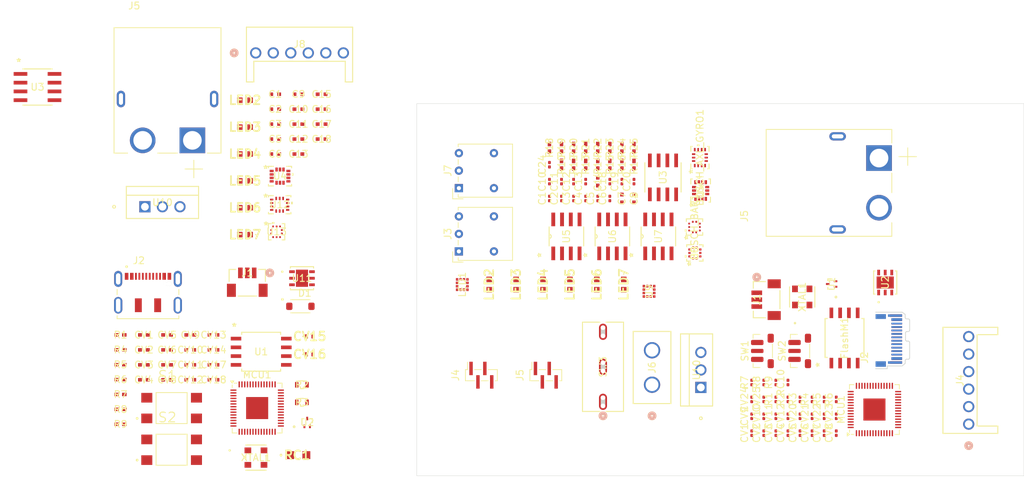
<source format=kicad_pcb>
(kicad_pcb (version 20240108) (generator "pcbnew") (generator_version "8.0")
  (layers (0 "F.Cu" signal) (1 "In1.Cu" signal) (2 "In2.Cu" signal) (31 "B.Cu" signal) (34 "B.Paste" user) (35 "F.Paste" user) (36 "B.SilkS" user "B.Silkscreen") (37 "F.SilkS" user "F.Silkscreen") (38 "B.Mask" user) (39 "F.Mask" user) (44 "Edge.Cuts" user))
  (net 0 "")
  (net 1 "GND")
  (net 2 "+3.3V")
  (net 3 "Net-(MCU1-VREG_VOUT)")
  (net 4 "Net-(MCU1-RUN)")
  (net 5 "/BMS_VIN")
  (net 7 "/RP2040 Standard/USB_DP")
  (net 10 "Net-(J2-CC2)")
  (net 11 "/RP2040 Standard/USB_DM")
  (net 12 "Net-(J2-CC1)")
  (net 13 "/Comms UART CTS")
  (net 14 "/Comms UART TX")
  (net 15 "/Comms UART RTS")
  (net 16 "/Comms UART RX")
  (net 17 "+5V")
  (net 18 "/SPI1_SCK")
  (net 19 "/RP2040 Standard/GP22{slash}PWM3 A{slash}CLKIN 1")
  (net 20 "/RP2040 Standard/MCU QSPI_SCLK")
  (net 21 "/RP2040 Standard/GP28_ADC2")
  (net 22 "/SPI0_MOSI")
  (net 23 "/SPI1_MISO")
  (net 24 "/RP2040 Standard/GP27_ADC1")
  (net 25 "Net-(MCU1-USB_DP)")
  (net 26 "/SPI0_SCK")
  (net 27 "/SPI0_MISO")
  (net 28 "/RP2040 Standard/MCU QSPI_SD2")
  (net 30 "/RP2040 Standard/MCU QSPI_SD3")
  (net 31 "/SPI1_MOSI")
  (net 32 "/RP2040 Standard/MCU QSPI_SS")
  (net 33 "/RP2040 Standard/MCU QSPI_SD0")
  (net 34 "/BAR2 SPI1_~{CS}")
  (net 35 "/RP2040 Standard/GP20{slash}PWM2 A{slash}CLKIN 0")
  (net 36 "CRYSTAL")
  (net 37 "Net-(MCU1-USB_DM)")
  (net 38 "Net-(MCU1-SWCLK)")
  (net 39 "/IMU1 SPI0_~{CS}")
  (net 40 "/RP2040 Standard/MCU QSPI_SD1")
  (net 41 "Net-(MCU1-SWD)")
  (net 42 "Net-(J1-Pad1)")
  (net 43 "Net-(J1-Pad3)")
  (net 44 "/RP2040 Standard/~{RST}")
  (net 45 "Net-(XTAL1-TRI-STATE(STBY))")
  (net 46 "/RP2040 Standard/~{USB_BOOT}")
  (net 47 "/E-Match Activation")
  (net 48 "Net-(J3-Pin_1)")
  (net 49 "/RS_RX")
  (net 50 "/RS_ENABLE")
  (net 51 "/RS_TX")
  (net 52 "Net-(LED1-A)")
  (net 53 "Net-(LED2-A)")
  (net 54 "Net-(LED3-A)")
  (net 55 "Net-(LED4-A)")
  (net 56 "Net-(LED5-A)")
  (net 57 "Net-(LED6-A)")
  (net 58 "Net-(LED7-A)")
  (net 59 "/BAR1 SPI0_~{CS}")
  (net 61 "Net-(LED3-K)")
  (net 62 "Net-(LED2-K)")
  (net 63 "/IMU2 SPI1_~{CS}")
  (net 64 "Net-(LED4-K)")
  (net 65 "Net-(LED5-K)")
  (net 66 "Net-(LED6-K)")
  (net 67 "Net-(LED7-K)")
  (net 69 "/IMU1 RDY2")
  (net 71 "/IMU1 RDY1")
  (net 73 "/BAR2 RDY")
  (net 77 "/IMU2 RDY")
  (net 81 "/BAR1_RDY")
  (net 82 "/MAG SPI1_~{CS}")
  (net 84 "Net-(U9-C1)")
  (net 87 "Net-(U10-D)")
  (net 88 "Net-(C7-Pad2)")
  (net 89 "Net-(J6-Pad2)")
  (net 90 "Net-(J7-Pin_1)")
  (net 91 "/RP2040 Standard/GPIO24")
  (net 92 "/RP2040 Standard/GPIO25")
  (net 94 "Net-(U5-1SOURCE)")
  (net 95 "Net-(U5-2SOURCE)")
  (net 96 "Net-(U6-1SOURCE)")
  (net 97 "Net-(U6-2SOURCE)")
  (net 98 "Net-(U7-1SOURCE)")
  (net 99 "Net-(U7-2SOURCE)")
  (net 100 "Net-(D1-PadA)")
  (net 108 "/+5V")
  (net 113 "Net-(J6-Pad1)")
  (footprint "Resistor_SMD:R_0201_0603Metric" (layer "F.Cu") (at 134.3024 72.9621 90)
    (property "Reference" "RC10")
    (property "Value" "5k1")
  )
  (footprint "E-Switch_7mm:SW_TL3305CF160QG" (layer "F.Cu") (at 44.975 82.72)
    (property "Reference" "S2")
    (property "Value" "TL3305CF160QG")
  )
  (footprint "CAP_GCM155_MUR:CAP_GCM155_MUR" (layer "F.Cu") (at 106.735 43.815 90)
    (property "Reference" "C14")
    (property "Value" "100nF")
  )
  (footprint "Connector_PinSocket_1.00mm:PinSocket_1x04_P1.00mm_Vertical_SMD_Pin1Right" (layer "F.Cu") (at 89.87 71.9 90)
    (property "Reference" "J4")
    (property "Value" "Conn_01x04_Socket")
  )
  (footprint "Resistor_SMD:R_0201_0603Metric" (layer "F.Cu") (at 134.3024 75.4121 90)
    (property "Reference" "R2")
    (property "Value" "27")
  )
  (footprint "RC0402N_VIS:RC0402N_VIS" (layer "F.Cu") (at 103.235 41.365 90)
    (property "Reference" "R12")
    (property "Value" "R")
  )
  (footprint "Resistor_SMD:R_0201_0603Metric" (layer "F.Cu") (at 137.8024 75.4121 90)
    (property "Reference" "R4")
    (property "Value" "100")
  )
  (footprint "Button_Switch_SMD:SW_Push_1P1T-MP_NO_Horizontal_Alps_SKRTLAE010" (layer "F.Cu") (at 136.1524 68.3821 90)
    (property "Reference" "SW2")
    (property "Value" "SW_Push")
  )
  (footprint "Button_Switch_SMD:SW_Push_1P1T-MP_NO_Horizontal_Alps_SKRTLAE010" (layer "F.Cu") (at 130.7524 68.3821 90)
    (property "Reference" "SW1")
    (property "Value" "SW_Push")
  )
  (footprint "RS Transceiver:21-0041-3-M_90-0096-8L_MXM" (layer "F.Cu") (at 116.1902 43.2042 90)
    (property "Reference" "U3")
    (property "Value" "MAX485CSA+T")
  )
  (footprint "CONN Female Header:CONN_SA-4455_06_TE_MOL" (layer "F.Cu") (at 57.1642 25.145201)
    (property "Reference" "J8")
    (property "Value" "22022065")
  )
  (footprint "Capacitor_SMD:C_0201_0603Metric" (layer "F.Cu") (at 101.485 43.815 90)
    (property "Reference" "C11")
    (property "Value" "100nF")
  )
  (footprint "CAP_GCM155_MUR:CAP_GCM155_MUR" (layer "F.Cu") (at 51.0427 66.0592)
    (property "Reference" "CV13")
    (property "Value" "1uF")
  )
  (footprint "RC0402N_VIS:RC0402N_VIS" (layer "F.Cu") (at 111.985 41.365 90)
    (property "Reference" "R17")
    (property "Value" "10K")
  )
  (footprint "Red SMD LED:HSMHH191" (layer "F.Cu") (at 106.6 58.75 90)
    (property "Reference" "LED6")
    (property "Value" "HSMH-H191" (hide yes))
  )
  (footprint "CAP_GCM155_MUR:CAP_GCM155_MUR" (layer "F.Cu") (at 51.0427 72.5644)
    (property "Reference" "CV18")
    (property "Value" "100nF")
  )
  (footprint "Capacitor_SMD:C_0201_0603Metric" (layer "F.Cu") (at 139.5524 80.3121 90)
    (property "Reference" "CV7")
    (property "Value" "100nF")
  )
  (footprint "Capacitor_SMD:C_0201_0603Metric" (layer "F.Cu") (at 132.5524 77.8621 90)
    (property "Reference" "CV11")
    (property "Value" "100nF")
  )
  (footprint "Capacitor_SMD:C_0201_0603Metric" (layer "F.Cu") (at 129.0524 77.8621 90)
    (property "Reference" "CV9")
    (property "Value" "100nF")
  )
  (footprint "Capacitor_SMD:C_0201_0603Metric" (layer "F.Cu") (at 139.5524 77.8621 90)
    (property "Reference" "CV22")
    (property "Value" "100nF")
  )
  (footprint "2 PMOS:D8" (layer "F.Cu") (at 108.8563 51.7654 90)
    (property "Reference" "U6")
    (property "Value" "TPS1120DR")
  )
  (footprint "CAP_GCM155_MUR:CAP_GCM155_MUR" (layer "F.Cu") (at 40.9561 66.0592)
    (property "Reference" "CV1")
    (property "Value" "1uF")
  )
  (footprint "Resistor_SMD:R_0201_0603Metric" (layer "F.Cu") (at 132.5524 75.4121 90)
    (property "Reference" "R1")
    (property "Value" "1k")
  )
  (footprint "NMOS IRLZ44:PG-TO220-3_INF" (layer "F.Cu") (at 121.6796 73.6802 90)
    (property "Reference" "U10")
    (property "Value" "IRLZ44NPBF")
  )
  (footprint "RC0402N_VIS:RC0402N_VIS" (layer "F.Cu") (at 108.485 41.365 90)
    (property "Reference" "R15")
    (property "Value" "20K")
  )
  (footprint "RC0402N_VIS:RC0402N_VIS" (layer "F.Cu") (at 101.485 38.915 90)
    (property "Reference" "R19")
    (property "Value" "130")
  )
  (footprint "GRM15x:GRM15x" (layer "F.Cu") (at 64.985 68.875)
    (property "Reference" "CV16")
    (property "Value" "4.7uF" (hide yes))
  )
  (footprint "Capacitor_SMD:C_0201_0603Metric" (layer "F.Cu") (at 134.3024 77.8621 90)
    (property "Reference" "CV12")
    (property "Value" "100nF")
  )
  (footprint "Connector_PinSocket_1.00mm:PinSocket_1x04_P1.00mm_Vertical_SMD_Pin1Right" (layer "F.Cu") (at 99.205 71.9 90)
    (property "Reference" "J5")
    (property "Value" "Conn_01x04_Socket")
  )
  (footprint "E-Switch_7mm:SW_TL3305CF160QG" (layer "F.Cu") (at 44.975 76.67)
    (property "Reference" "S1")
    (property "Value" "TL3305CF160QG")
  )
  (footprint "RC0402N_VIS:RC0402N_VIS" (layer "F.Cu") (at 106.735 41.365 90)
    (property "Reference" "R14")
    (property "Value" "20K")
  )
  (footprint "Red SMD LED:HSMHH191" (layer "F.Cu") (at 55.605 39.805)
    (property "Reference" "LED4")
    (property "Value" "HSMH-H191" (hide yes))
  )
  (footprint "IMU ASM330LHHTR:LGA-14L_2P5X3X0P83_STM" (layer "F.Cu") (at 60.6846 43.0206)
    (property "Reference" "U4")
    (property "Value" "ASM330LHHTR")
  )
  (footprint "Resistor_SMD:R_0201_0603Metric" (layer "F.Cu") (at 136.0524 75.4121 90)
    (property "Reference" "R3")
    (property "Value" "27")
  )
  (footprint "RC0402N_VIS:RC0402N_VIS" (layer "F.Cu") (at 37.565799 66.0552)
    (property "Reference" "R1")
    (property "Value" "1k")
  )
  (footprint "Button_Switch_THT:SW_Lever_1P2T_NKK_GW12LxH" (layer "F.Cu") (at 86.61 44.765 90)
    (property "Reference" "J7")
    (property "Value" "Conn_01x01_Socket")
  )
  (footprint "Red SMD LED:HSMHH191" (layer "F.Cu") (at 110.5 58.75 90)
    (property "Reference" "LED7")
    (property "Value" "HSMH-H191" (hide yes))
  )
  (footprint "RC0402N_VIS:RC0402N_VIS" (layer "F.Cu") (at 108.485 38.915 90)
    (property "Reference" "R23")
    (property "Value" "47")
  )
  (footprint "RC0402N_VIS:RC0402N_VIS" (layer "F.Cu") (at 111.985 38.915 90)
    (property "Reference" "R25")
    (property "Value" "47")
  )
  (footprint "Capacitor_SMD:C_0201_0603Metric" (layer "F.Cu") (at 130.8024 75.4121 90)
    (property "Reference" "CV25")
    (property "Value" "4.7uF")
  )
  (footprint "CAP_GCM155_MUR:CAP_GCM155_MUR" (layer "F.Cu") (at 44.3183 70.396)
    (property "Reference" "CV7")
    (property "Value" "100nF")
  )
  (footprint "RC0402N_VIS:RC0402N_VIS" (layer "F.Cu") (at 37.565799 79.0176)
    (property "Reference" "R9")
    (property "Value" "5k1")
  )
  (footprint "BARO BMP581:QFN10_BMP581_BOS" (layer "F.Cu") (at 120.758001 50.4057 90)
    (property "Reference" "BOSCH_BAR1")
    (property "Value" "BMP581")
  )
  (footprint "NMOS IRLZ44:PG-TO220-3_INF" (layer "F.Cu") (at 41.1048 47.4646)
    (property "Reference" "U10")
    (property "Value" "IRLZ44NPBF")
  )
  (footprint "RS Transceiver:21-0041-3-M_90-0096-8L_MXM" (layer "F.Cu") (at 25.535001 30.095)
    (property "Reference" "U3")
    (property "Value" "MAX485CSA+T")
  )
  (footprint "RC0402N_VIS:RC0402N_VIS" (layer "F.Cu") (at 37.565799 70.376)
    (property "Reference" "R5")
    (property "Value" "100")
  )
  (footprint "Red SMD LED:HSMHH191" (layer "F.Cu") (at 55.605 35.905)
    (property "Reference" "LED3")
    (property "Value" "HSMH-H191" (hide yes))
  )
  (footprint "NOR Flash:SOIC_208MIL_WIN" (layer "F.Cu") (at 57.9521 68.4976)
    (property "Reference" "U1")
    (property "Value" "W25Q128JVSIQ TR")
  )
  (footprint "CAP_GCM155_MUR:CAP_GCM155_MUR" (layer "F.Cu") (at 111.985 46.265 90)
    (property "Reference" "C8")
    (property "Value" "100nF")
  )
  (footprint "Resistor_SMD:R_0201_0603Metric" (layer "F.Cu") (at 141.3024 75.4121 90)
    (property "Reference" "R6")
    (property "Value" "1k")
  )
  (footprint "CONN Female Header 22022065:CONN_SA-4455_06_TE_MOL" (layer "F.Cu") (at 160.5 79 90)
    (property "Reference" "J4")
    (property "Value" "CONN_SA-4455_06_TE_MOL")
  )
  (footprint "BARO BMP581:QFN10_BMP581_BOS" (layer "F.Cu") (at 60.1893 51.093001)
    (property "Reference" "U13")
    (property "Value" "BMP581")
  )
  (footprint "CAP_GCM155_MUR:CAP_GCM155_MUR" (layer "F.Cu") (at 59.9861 39.8128)
    (property "Reference" "C6")
    (property "Value" "100nF")
  )
  (footprint "Capacitor_SMD:C_0201_0603Metric" (layer "F.Cu") (at 99.735 43.815 90)
    (property "Reference" "C10")
    (property "Value" "100nF")
  )
  (footprint "CAP_GCM155_MUR:CAP_GCM155_MUR" (layer "F.Cu") (at 40.9561 68.2276)
    (property "Reference" "CV2")
    (property "Value" "100nF")
  )
  (footprint "KTR03EZPF27R0:RES_R0603_ROM" (layer "F.Cu") (at 63.8552 75.8391)
    (property "Reference" "R3")
    (property "Value" "27")
  )
  (footprint "RC0402N_VIS:RC0402N_VIS" (layer "F.Cu") (at 104.985 41.365 90)
    (property "Reference" "R13")
    (property "Value" "120")
  )
  (footprint "RC0402N_VIS:RC0402N_VIS" (layer "F.Cu") (at 37.565799 76.8572)
    (property "Reference" "R8")
    (property "Value" "1k")
  )
  (footprint "Capacitor_SMD:C_0201_0603Metric" (layer "F.Cu") (at 104.985 46.265 90)
    (property "Reference" "C4")
    (property "Value" "10nF")
  )
  (footprint "CAP_GCM155_MUR:CAP_GCM155_MUR" (layer "F.Cu") (at 66.7105 37.6444)
    (property "Reference" "C18")
    (property "Value" "10uF")
  )
  (footprint "ESD7L5-Diode:SOT-723_0P85X1P25_ONS" (layer "F.Cu") (at 64.6205 78.7607)
    (property "Reference" "U2")
    (property "Value" "ESD7L5.0DT5G")
  )
  (footprint "Capacitor_SMD:C_0201_0603Metric" (layer "F.Cu") (at 110.235 43.815 90)
    (property "Reference" "C19")
    (property "Value" "100nF")
  )
  (footprint "CAP_GCM155_MUR:CAP_GCM155_MUR" (layer "F.Cu") (at 47.6805 72.5644)
    (property "Reference" "CV12")
    (property "Value" "100nF")
  )
  (footprint "Capacitor_SMD:C_0201_0603Metric" (layer "F.Cu") (at 101.485 46.265 90)
    (property "Reference" "C2")
    (property "Value" "100nF")
  )
  (footprint "ERA6AEB101V:ERA6AEB101V" (layer "F.Cu") (at 63.325 83.5)
    (property "Reference" "RC1")
    (property "Value" "5k1" (hide yes))
  )
  (footprint "2 PMOS:D8" (layer "F.Cu") (at 115.5205 51.7654 90)
    (property "Reference" "U7")
    (property "Value" "TPS1120DR")
  )
  (footprint "SWD_Con:CONN_BM03B-SRSS-TBLFSN_JST" (layer "F.Cu") (at 55.9377 58.4883)
    (property "Reference" "J1")
    (property "Value" "BM03B-SRSS-TBLFSN")
  )
  (footprint "PMEG2010ER:SODFL3517X110N" (layer "F.Cu") (at 63.635 61.905)
    (property "Reference" "D1")
    (property "Value" "PMEG2010ER")
  )
  (footprint "Package_DFN_QFN:QFN-56-1EP_7x7mm_P0.4mm_EP3.2x3.2mm" (layer "F.Cu") (at 57.37 76.67)
    (property "Reference" "MCU1")
    (property "Value" "RP2040")
  )
  (footprint "Capacitor_SMD:C_0201_0603Metric" (layer "F.Cu") (at 106.735 46.265 90)
    (property "Reference" "C5")
    (property "Value" "10uF")
  )
  (footprint "CAP_GCM155_MUR:CAP_GCM155_MUR" (layer "F.Cu") (at 110.235 46.265 90)
    (property "Reference" "C7")
    (property "Value" "C")
  )
  (footprint "Capacitor_SMD:C_0201_0603Metric" (layer "F.Cu") (at 137.8024 77.8621 90)
    (property "Reference" "CV21")
    (property "Value" "1uF")
  )
  (footprint "Red SMD LED:HSMHH191" (layer "F.Cu") (at 55.605 51.505)
    (property "Reference" "LED7")
    (property "Value" "HSMH-H191" (hide yes))
  )
  (footprint "BARO LPS22DFTR:QFN_22DFTR_STM" (layer "F.Cu") (at 120.8105 54.1657 90)
    (property "Reference" "U8")
    (property "Value" "LPS22DFTR")
  )
  (footprint "NOR Flash:SOIC_208MIL_WIN" (layer "F.Cu") (at 142.5 66.5 90)
    (property "Reference" "FlashM1")
    (property "Value" "W25Q128JVSIQ_TR")
  )
  (footprint "RC0402N_VIS:RC0402N_VIS" (layer "F.Cu") (at 103.235 38.915 90)
    (property "Reference" "R20")
    (property "Value" "47")
  )
  (footprint "GRM15x:GRM15x" (layer "F.Cu") (at 64.985 66.275)
    (property "Reference" "CV15")
    (property "Value" "4.7uF" (hide yes))
  )
  (footprint "CAP_GCM155_MUR:CAP_GCM155_MUR" (layer "F.Cu") (at 44.3183 72.5644)
    (property "Reference" "CV8")
    (property "Value" "100nF")
  )
  (footprint "Conn XT60PW-M:AMASS_XT60PW-M" (layer "F.Cu") (at 44.38 31.83)
    (property "Reference" "J5")
    (property "Value" "XT60PW-M")
  )
  (footprint "IMU BMI323:BMI323_BOS" (layer "F.Cu") (at 60.6338 47.169)
    (property "Reference" "U12")
    (property "Value" "BMI323")
  )
  (footprint "Package_DFN_QFN:QFN-56-1EP_7x7mm_P0.4mm_EP3.2x3.2mm" (layer "F.Cu") (at 146.8324 76.8821 90)
    (property "Reference" "MCU1")
    (property "Value" "RP2040")
  )
  (footprint "CAP_GCM155_MUR:CAP_GCM155_MUR" (layer "F.Cu") (at 66.7105 33.3076)
    (property "Reference" "C16")
    (property "Value" "100nF")
  )
  (footprint "Capacitor_SMD:C_0201_0603Metric" (layer "F.Cu") (at 108.485 43.815 90)
    (property "Reference" "C18")
    (property "Value" "100nF")
  )
  (footprint "Red SMD LED:HSMHH191" (layer "F.Cu") (at 98.8 58.75 90)
    (property "Reference" "LED4")
    (property "Value" "HSMH-H191" (hide yes))
  )
  (footprint "CAP_GCM155_MUR:CAP_GCM155_MUR" (layer "F.Cu") (at 51.0427 68.2276)
    (property "Reference" "CV14")
    (property "Value" "100nF")
  )
  (footprint "Capacitor_SMD:C_0201_0603Metric" (layer "F.Cu") (at 132.5524 80.3121 90)
    (property "Reference" "CV3")
    (property "Value" "100nF")
  )
  (footprint "CAP_GCM155_MUR:CAP_GCM155_MUR" (layer "F.Cu") (at 47.6805 66.0592)
    (property "Reference" "CV9")
    (property "Value" "100nF")
  )
  (footprint "Capacitor_SMD:C_0201_0603Metric" (layer "F.Cu") (at 137.8024 80.3121 90)
    (property "Reference" "CV6")
    (property "Value" "100nF")
  )
  (footprint "Red SMD LED:HSMHH191" (layer "F.Cu") (at 102.7 58.75 90)
    (property "Reference" "LED5")
    (property "Value" "HSMH-H191" (hide yes))
  )
  (footprint "Capacitor_SMD:C_0201_0603Metric" (layer "F.Cu") (at 141.3024 77.8621 90)
    (property "Reference" "CV23")
    (property "Value" "4.7uF")
  )
  (footprint "CAP_GCM155_MUR:CAP_GCM155_MUR" (layer "F.Cu") (at 40.9561 72.5644)
    (property "Reference" "CV4")
    (property "Value" "100nF")
  )
  (footprint "RC0402N_VIS:RC0402N_VIS" (layer "F.Cu") (at 37.565799 74.6968)
    (property "Reference" "R7")
    (property "Value" "10k")
  )
  (footprint "CAP_GCM155_MUR:CAP_GCM155_MUR" (layer "F.Cu") (at 59.9861 35.476)
    (property "Reference" "C3")
    (property "Value" "10nF")
  )
  (footprint "ESD7L5-Diode:SOT-723_0P85X1P25_ONS" (layer "F.Cu") (at 140.6331 58.6716 90)
    (property "Reference" "U1")
    (property "Value" "ESD7L5.0DT5G")
  )
  (footprint "Capacitor_SMD:C_0201_0603Metric" (layer "F.Cu") (at 103.235 43.815 90)
    (property "Reference" "C12")
    (property "Value" "100nF")
  )
  (footprint "Capacitor_SMD:C_0201_0603Metric" (layer "F.Cu") (at 103.235 46.265 90)
    (property "Reference" "C3")
    (property "Value" "10nF")
  )
  (footprint "Resistor_SMD:R_0201_0603Metric" (layer "F.Cu") (at 130.8024 72.9621 90)
    (property "Reference" "R8")
    (property "Value" "1k")
  )
  (footprint "Red SMD LED:HSMHH191" (layer "F.Cu") (at 55.605 47.605)
    (property "Reference" "LED6")
    (property "Value" "HSMH-H191" (hide yes))
  )
  (footprint "Resistor_SMD:R_0201_0603Metric" (layer "F.Cu") (at 139.5524 75.4121 90)
    (property "Reference" "R5")
    (property "Value" "100")
  )
  (footprint "Capacitor_SMD:C_0201_0603Metric" (layer "F.Cu") (at 136.0524 80.3121 90)
    (property "Reference" "CV5")
    (property "Value" "1uF")
  )
  (footprint "CAP_GCM155_MUR:CAP_GCM155_MUR" (layer "F.Cu") (at 63.3483 31.1392)
    (property "Reference" "C9")
    (property "Value" "100nF")
  )
  (footprint "AS12MHz:ASE-3.2X2.5_ABR" (layer "F.Cu") (at 136.3694 60.5475 90)
    (property "Reference" "XTAL1")
    (property "Value" "ASE-12.000MHZ-LC-T")
  )
  (footprint "LDO ST1L05A:DFN_5APU33R_STM" (layer "F.Cu") (at 148.397 58.4543 90)
    (property "Reference" "U2")
    (property "Value" "ST1L05APU33R")
  )
  (footprint "CAP_GCM155_MUR:CAP_GCM155_MUR" (layer "F.Cu") (at 66.7105 35.476)
    (property "Reference" "C17")
    (property "Value" "100nF")
  )
  (footprint "CAP_GCM155_MUR:CAP_GCM155_MUR" (layer "F.Cu") (at 51.0427 70.396)
    (property "Reference" "CV17")
    (property "Value" "1uF")
  )
  (footprint "Capacitor_SMD:C_0201_0603Metric" (layer "F.Cu") (at 130.8024 77.8621 90)
    (property "Reference" "CV10")
    (property "Value" "100nF")
  )
  (footprint "Switch D2F-01:D2F-01-D_OMR" (layer "F.Cu") (at 107.495 75.763 90)
    (property "Reference" "SW3")
    (property "Value" "D2F-01-D")
    (fp_line (start 9.5631 0) (end 10.7569 0) (stroke (width 0.6604)) (layer "Edge.Cuts"))
    (fp_line (start 4.4831 0) (end 5.6769 0) (stroke (width 0.6604)) (layer "Edge.Cuts"))
    (fp_line (start -0.5969 0) (end 0.5969 0) (stroke (width 0.6604)) (layer "Edge.Cuts"))
  )
  (footprint "MAG LIS2MDLTR:LGA-12_2X2X1_STM" (layer "F.Cu") (at 114.1677 59.7323 90)
    (property "Reference" "U9")
    (property "Value" "LIS2MDLTR")
  )
  (footprint "RC0402N_VIS:RC0402N_VIS" (layer "F.Cu") (at 110.235 41.365 90)
    (property "Reference" "R16")
    (property "Value" "10K")
  )
  (footprint "Capacitor_SMD:C_0201_0603Metric" (layer "F.Cu") (at 99.735 41.365 90)
    (property "Reference" "C24")
    (property "Value" "100nF")
  )
  (footprint "Red SMD LED:HSMHH191" (layer "F.Cu") (at 55.605 43.705)
    (property "Reference" "LED5")
    (property "Value" "HSMH-H191" (hide yes))
  )
  (footprint "Resistor_SMD:R_0201_0603Metric" (layer "F.Cu") (at 132.5524 72.9621 90)
    (property "Reference" "R9")
    (property "Value" "5k1")
  )
  (footprint "Capacitor_SMD:C_0201_0603Metric" (layer "F.Cu") (at 134.3024 80.3121 90)
    (property "Reference" "CV4")
    (property "Value" "100nF")
  )
  (footprint "CAP_GCM155_MUR:CAP_GCM155_MUR" (layer "F.Cu") (at 47.6805 68.2276)
    (property "Reference" "CV10")
    (property "Value" "100nF")
  )
  (footprint "Capacitor_SMD:C_0201_0603Metric" (layer "F.Cu") (at 130.8024 80.3121 90)
    (property "Reference" "CV2")
    (property "Value" "1uF")
  )
  (footprint "CAP_GCM155_MUR:CAP_GCM155_MUR" (layer "F.Cu") (at 63.3483 35.476)
    (property "Reference" "C11")
    (property "Value" "100nF")
  )
  (footprint "Capacitor_SMD:C_0201_0603Metric" (layer "F.Cu") (at 129.0524 80.3121 90)
    (property "Reference" "CV1")
    (property "Value" "100nF")
  )
  (footprint "IMU ASM330LHHTR:LGA-14L_2P5X3X0P83_STM" (layer "F.Cu") (at 121.6456 45.1104 90)
    (property "Reference" "U4")
    (property "Value" "ASM330LHH")
  )
  (footprint "RC0402N_VIS:RC0402N_VIS" (layer "F.Cu") (at 101.485 41.365 90)
    (property "Reference" "R10")
    (property "Value" "100k")
  )
  (footprint "CAP_GCM155_MUR:CAP_GCM155_MUR" (layer "F.Cu") (at 59.9861 31.1392)
    (property "Reference" "C1")
    (property "Value" "100nF")
  )
  (footprint "RC0402N_VIS:RC0402N_VIS" (layer "F.Cu") (at 37.565799 72.5364)
    (property "Reference" "R6")
    (property "Value" "1k")
  )
  (footprint "KTR03EZPF27R0:RES_R0603_ROM" (layer "F.Cu") (at 63.8552 73.2897)
    (property "Reference" "R2")
    (property "Value" "27")
  )
  (footprint "Conn XT60PW-M:AMASS_XT60PW-M" (layer "F.Cu") (at 141.5 44 90)
    (property "Reference" "J5")
    (property "Value" "AMASS_XT60PW-M")
  )
  (footprint "Connector_USB:USB_C_Plug_JAE_DX07P024AJ1" (layer "F.Cu") (at 148.9224 66.6596 90)
    (property "Reference" "J2")
    (property "Value" "USB_C")
    (fp_line (start -4.3 -1.93) (end -4.3 -0.2275) (stroke (width 0.1)) (layer "Edge.Cuts"))
    (fp_line (start -4.3 -0.2275) (end -3.9 -0.2275) (stroke (width 0.1)) (layer "Edge.Cuts"))
    (fp_line (start 3.9 1.9225) (end 3.9 -1.9175) (stroke (width 0.1)) (layer "Edge.Cuts"))
    (fp_line (start -3.9 1.9225) (end -3.9 -0.2275) (stroke (width 0.1)) (layer "Edge.Cuts"))
    (fp_line (start 3.575 2.3725) (end 3.9 1.9225) (stroke (width 0.1)) (layer "Edge.Cuts"))
    (fp_line (start 3.125 2.3725) (end 3.575 2.3725) (stroke (width 0.1)) (layer "Edge.Cuts"))
    (fp_line (start -3.125 2.3725) (end -3.53 2.3725) (stroke (width 0.1)) (layer "Edge.Cuts"))
    (fp_line (start -3.53 2.3725) (end -3.9 1.9225) (stroke (width 0.1)) (layer "Edge.Cuts"))
    (fp_line (start -0.1 2.4225) (end 0.9 2.4225) (stroke (width 0.1)) (layer "Edge.Cuts"))
    (fp_line (start -0.3 2.6225) (end -0.3 2.8225) (stroke (width 0.1)) (layer "Edge.Cuts"))
    (fp_line (start 2.925 2.8225) (end 2.925 2.5725) (stroke (width 0.1)) (layer "Edge.Cuts"))
    (fp_line (start 1.1 2.8225) (end 1.1 2.6225) (stroke (width 0.1)) (layer "Edge.Cuts"))
    (fp_line (start -2.925 2.8225) (end -2.925 2.5725) (stroke (width 0.1)) (layer "Edge.Cuts"))
    (fp_line (start 1.3 3.0225) (end 2.725 3.0225) (stroke (width 0.1)) (layer "Edge.Cuts"))
    (fp_line (start -0.5 3.0225) (end -2.725 3.0225) (stroke (width 0.1)) (layer "Edge.Cuts"))
    (fp_arc (start -3.125 2.3725) (mid -2.983579 2.431079) (end -2.925 2.5725) (stroke (width 0.1)) (layer "Edge.Cuts"))
    (fp_arc (start 0.9 2.4225) (mid 1.041421 2.481079) (end 1.1 2.6225) (stroke (width 0.1)) (layer "Edge.Cuts"))
    (fp_arc (start 2.925 2.5725) (mid 2.983579 2.431079) (end 3.125 2.3725) (stroke (width 0.1)) (layer "Edge.Cuts"))
    (fp_arc (start -0.3 2.6225) (mid -0.241421 2.481079) (end -0.1 2.4225) (stroke (width 0.1)) (layer "Edge.Cuts"))
    (fp_arc (start 2.925 2.8225) (mid 2.866421 2.963921) (end 2.725 3.0225) (stroke (width 0.1)) (layer "Edge.Cuts"))
    (fp_arc (start -0.3 2.8225) (mid -0.358579 2.963921) (end -0.5 3.0225) (stroke (width 0.1)) (layer "Edge.Cuts"))
    (fp_arc (start 1.3 3.0225) (mid 1.158579 2.963921) (end 1.1 2.8225) (stroke (width 0.1)) (layer "Edge.Cuts"))
    (fp_arc (start -2.725 3.0225) (mid -2.866421 2.963921) (end -2.925 2.8225) (stroke (width 0.1)) (layer "Edge.Cuts"))
  )
  (footprint "IMU BMI323:BMI323_BOS" (layer "F.Cu") (at 121.544 40.3312 90)
    (property "Reference" "BOSCH_AXL_GYRO1")
    (property "Value" "BMI323")
  )
  (footprint "RC0402N_VIS:RC0402N_VIS" (layer "F.Cu") (at 106.735 38.915 90)
    (property "Reference" "R22")
    (property "Value" "47")
  )
  (footprint "RC0402N_VIS:RC0402N_VIS" (layer "F.Cu") (at 37.565799 68.2156)
    (property "Reference" "R4")
    (property "Value" "100")
  )
  (footprint "CAP_GCM155_MUR:CAP_GCM155_MUR" (layer "F.Cu") (at 63.3483 37.6444)
    (property "Reference" "C12")
    (property "Value" "100nF")
  )
  (footprint "CAP_GCM155_MUR:CAP_GCM155_MUR" (layer "F.Cu") (at 66.7105 31.1392)
    (property "Reference" "C15")
    (property "Value" "100nF")
  )
  (footprint "MAG LIS2MDLTR:LGA-12_2X2X1_STM" (layer "F.Cu") (at 87.1 58.75 90)
    (property "Reference" "LED1")
    (property "Value" "HSMH-H191")
  )
  (footprint "Button_Switch_THT:SW_Lever_1P2T_NKK_GW12LxH" (layer "F.Cu") (at 86.61 53.94 90)
    (property "Reference" "J3")
    (property "Value" "Conn_01x01_Socket")
  )
  (footprint "CAP_GCM155_MUR:CAP_GCM155_MUR" (layer "F.Cu") (at 63.3483 33.3076)
    (property "Reference" "C10")
    (property "Value" "100nF")
  )
  (footprint "Capacitor_SMD:C_0201_0603Metric" (layer "F.Cu") (at 99.735 46.265 90)
    (property "Reference" "C1")
    (property "Value" "100nF")
  )
  (footprint "Red SMD LED:HSMHH191" (layer "F.Cu") (at 94.9 58.75 90)
    (property "Reference" "LED3")
    (property "Value" "HSMH-H191" (hide yes))
  )
  (footprint "Red SMD LED:HSMHH191" (layer "F.Cu") (at 91 58.75 90)
    (property "Reference" "LED2")
    (property "Value" "HSMH-H191" (hide yes))
  )
  (footprint "2 PMOS:D8" (layer "F.Cu") (at 102.1921 51.7654 90)
    (property "Reference" "U5")
    (property "Value" "TPS1120DR")
  )
  (footprint "RC0402N_VIS:RC0402N_VIS" (layer "F.Cu") (at 104.985 38.915 90)
    (property "Reference" "R21")
    (property "Value" "47")
  )
  (footprint "CAP_GCM155_MUR:CAP_GCM155_MUR" (layer "F.Cu") (at 59.9861 33.3076)
    (property "Reference" "C2")
    (property "Value" "10nF")
  )
  (footprint "CAP_GCM155_MUR:CAP_GCM155_MUR" (layer "F.Cu") (at 59.9861 37.6444)
    (property "Reference" "C5")
    (property "Value" "100nF")
  )
  (footprint "RC0402N_VIS:RC0402N_VIS" (layer "F.Cu") (at 99.735 38.915 90)
    (property "Reference" "R18")
    (property "Value" "10K")
  )
  (footprint "SWD_Con:CONN_BM03B-SRSS-TBLFSN_JST" (layer "F.Cu") (at 131.2107 60.9444 90)
    (property "Reference" "J1")
    (property "Value" "BM03B-SRSS-TBLFSN")
  )
  (footprint "Capacitor_SMD:C_0201_0603Metric" (layer "F.Cu") (at 104.985 43.815 90)
    (property "Reference" "C13")
    (property "Value" "100nF")
  )
  (footprint "CAP_GCM155_MUR:CAP_GCM155_MUR" (layer "F.Cu") (at 44.3183 66.0592)
    (property "Reference" "CV5")
    (property "Value" "100nF")
  )
  (footprint "Capacitor_SMD:C_0201_0603Metric" (layer "F.Cu") (at 111.985 43.815 90)
    (property "Reference" "C20")
    (property "Value" "100nF")
  )
  (footprint "Resistor_SMD:R_0201_0603Metric" (layer "F.Cu") (at 129.0524 72.9621 90)
    (property "Reference" "R7")
    (property "Value" "10k")
  )
  (footprint "AMASS_XT30UPB-M:CONN_XT30UPB-M_AMA" (layer "F.Cu") (at 114.6037 73.2846 90)
    (property "Reference" "J6")
    (property "Value" "XT30UPB-M")
  )
  (footprint "CAP_GCM155_MUR:CAP_GCM155_MUR" (layer "F.Cu") (at 63.3483 39.8128)
    (property "Reference" "C13")
    (property "Value" "100nF")
  )
  (footprint "RC0402N_VIS:RC0402N_VIS" (layer "F.Cu") (at 110.235 38.915 90)
    (property "Reference" "R24")
    (property "Value" "47")
  )
  (footprint "LDO ST1L05A:DFN_5APU33R_STM" (layer "F.Cu") (at 63.8678 57.8346)
    (property "Reference" "U11")
    (property "Value" "ST1L05APU33R")
  )
  (footprint "Capacitor_SMD:C_0201_0603Metric" (layer "F.Cu") (at 108.485 46.265 90)
    (property "Reference" "C6")
    (property "Value" "100nF")
  )
  (footprint "Capacitor_SMD:C_0201_0603Metric" (layer "F.Cu") (at 129.0524 75.4121 90)
    (property "Reference" "CV24")
    (property "Value" "1uF")
  )
  (footprint "CAP_GCM155_MUR:CAP_GCM155_MUR" (layer "F.Cu") (at 47.6805 70.396)
    (property "Reference" "CV11")
    (property "Value" "100nF")
  )
  (footprint "Red SMD LED:HSMHH191" (layer "F.Cu") (at 55.605 32.005)
    (property "Reference" "LED2")
    (property "Value" "HSMH-H191" (hide yes))
  )
  (footprint "CAP_GCM155_MUR:CAP_GCM155_MUR" (layer "F.Cu") (at 44.3183 68.2276)
    (property "Reference" "CV6")
    (property "Value" "1uF")
  )
  (footprint "USBC-DX07S016JA1:JAE_DX07S016JA1R1500" (layer "F.Cu") (at 41.55 58.655)
    (property "Reference" "J2")
    (property "Value" "DX07S016JA1R1500")
    (fp_line (start 2.875 -0.315) (end 3.125 -0.315) (stroke (width 0.01)) (layer "Edge.Cuts"))
    (fp_line (start 3.125 0.315) (end 2.875 0.315) (stroke (width 0.01)) (layer "Edge.Cuts"))
    (fp_arc (start 2.56 0) (mid 2.652261 -0.222739) (end 2.875 -0.315) (stroke (width 0.01)) (layer "Edge.Cuts"))
    (fp_arc (start 2.875 0.315) (mid 2.652261 0.222739) (end 2.56 0) (stroke (width 0.01)) (layer "Edge.Cuts"))
    (fp_arc (start 3.125 -0.315) (mid 3.347739 -0.222739) (end 3.44 0) (stroke (width 0.01)) (layer "Edge.Cuts"))
    (fp_arc (start 3.44 0) (mid 3.347739 0.222739) (end 3.125 0.315) (stroke (width 0.01)) (layer "Edge.Cuts"))
  )
  (footprint "CAP_GCM155_MUR:CAP_GCM155_MUR" (layer "F.Cu") (at 40.9561 70.396)
    (property "Reference" "CV3")
    (property "Value" "1uF")
  )
  (footprint "Capacitor_SMD:C_0201_0603Metric" (layer "F.Cu") (at 141.3024 80.3121 90)
    (property "Reference" "CV8")
    (property "Value" "100nF")
  )
  (footprint "Capacitor_SMD:C_0201_0603Metric" (layer "F.Cu") (at 136.0524 77.8621 90)
    (property "Reference" "CV20")
    (property "Value" "1uF")
  )
  (footprint "AS12MHz:ASE-3.2X2.5_ABR" (layer "F.Cu") (at 57.1946 83.857)
    (property "Reference" "XTAL1")
    (property "Value" "ASE-12.000MHZ-LC-T")
  )
  (gr_rect (start 80.5 32.5) (end 168.5 86.5) (stroke (width 0.05)) (fill none) (layer "Edge.Cuts"))
)
</source>
